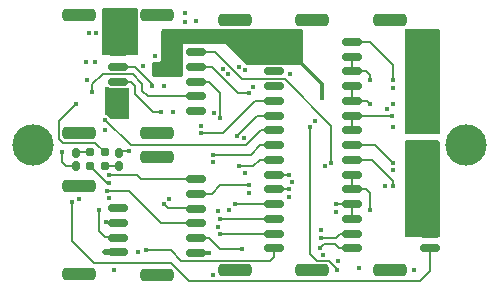
<source format=gbr>
%TF.GenerationSoftware,KiCad,Pcbnew,8.0.0*%
%TF.CreationDate,2024-09-22T13:18:53-04:00*%
%TF.ProjectId,MiniCarrierBoard,4d696e69-4361-4727-9269-6572426f6172,rev?*%
%TF.SameCoordinates,Original*%
%TF.FileFunction,Copper,L4,Bot*%
%TF.FilePolarity,Positive*%
%FSLAX46Y46*%
G04 Gerber Fmt 4.6, Leading zero omitted, Abs format (unit mm)*
G04 Created by KiCad (PCBNEW 8.0.0) date 2024-09-22 13:18:53*
%MOMM*%
%LPD*%
G01*
G04 APERTURE LIST*
G04 Aperture macros list*
%AMRoundRect*
0 Rectangle with rounded corners*
0 $1 Rounding radius*
0 $2 $3 $4 $5 $6 $7 $8 $9 X,Y pos of 4 corners*
0 Add a 4 corners polygon primitive as box body*
4,1,4,$2,$3,$4,$5,$6,$7,$8,$9,$2,$3,0*
0 Add four circle primitives for the rounded corners*
1,1,$1+$1,$2,$3*
1,1,$1+$1,$4,$5*
1,1,$1+$1,$6,$7*
1,1,$1+$1,$8,$9*
0 Add four rect primitives between the rounded corners*
20,1,$1+$1,$2,$3,$4,$5,0*
20,1,$1+$1,$4,$5,$6,$7,0*
20,1,$1+$1,$6,$7,$8,$9,0*
20,1,$1+$1,$8,$9,$2,$3,0*%
G04 Aperture macros list end*
%TA.AperFunction,ComponentPad*%
%ADD10C,3.500000*%
%TD*%
%TA.AperFunction,SMDPad,CuDef*%
%ADD11RoundRect,0.160000X-0.160000X0.197500X-0.160000X-0.197500X0.160000X-0.197500X0.160000X0.197500X0*%
%TD*%
%TA.AperFunction,SMDPad,CuDef*%
%ADD12RoundRect,0.160000X-0.160000X0.222500X-0.160000X-0.222500X0.160000X-0.222500X0.160000X0.222500X0*%
%TD*%
%TA.AperFunction,SMDPad,CuDef*%
%ADD13RoundRect,0.150000X-0.700000X0.150000X-0.700000X-0.150000X0.700000X-0.150000X0.700000X0.150000X0*%
%TD*%
%TA.AperFunction,SMDPad,CuDef*%
%ADD14RoundRect,0.250000X-1.150000X0.250000X-1.150000X-0.250000X1.150000X-0.250000X1.150000X0.250000X0*%
%TD*%
%TA.AperFunction,SMDPad,CuDef*%
%ADD15RoundRect,0.160000X0.160000X-0.197500X0.160000X0.197500X-0.160000X0.197500X-0.160000X-0.197500X0*%
%TD*%
%TA.AperFunction,SMDPad,CuDef*%
%ADD16RoundRect,0.160000X0.160000X-0.222500X0.160000X0.222500X-0.160000X0.222500X-0.160000X-0.222500X0*%
%TD*%
%TA.AperFunction,ViaPad*%
%ADD17C,0.450000*%
%TD*%
%TA.AperFunction,ViaPad*%
%ADD18C,1.000000*%
%TD*%
%TA.AperFunction,Conductor*%
%ADD19C,0.200000*%
%TD*%
%TA.AperFunction,Conductor*%
%ADD20C,0.500000*%
%TD*%
%TA.AperFunction,Conductor*%
%ADD21C,0.300000*%
%TD*%
G04 APERTURE END LIST*
D10*
%TO.P,H2,1,1*%
%TO.N,GND*%
X83900000Y-100600000D03*
%TD*%
%TO.P,H1,1,1*%
%TO.N,unconnected-(H1-Pad1)*%
X120600000Y-100600000D03*
%TD*%
D11*
%TO.P,R1,1*%
%TO.N,/PC1*%
X90000000Y-101202500D03*
%TO.P,R1,2*%
%TO.N,Net-(D1-K)*%
X90000000Y-102397500D03*
%TD*%
D12*
%TO.P,D2,1,K*%
%TO.N,Net-(D2-K)*%
X87600000Y-101227499D03*
%TO.P,D2,2,A*%
%TO.N,+5V*%
X87600000Y-102372501D03*
%TD*%
D13*
%TO.P,J14,1,Pin_1*%
%TO.N,PA6{slash}TIM3_CH1{slash}ADC1_IN6*%
X97750000Y-103475000D03*
%TO.P,J14,2,Pin_2*%
%TO.N,PA15{slash}TIM2_CH1*%
X97750000Y-104725000D03*
%TO.P,J14,3,Pin_3*%
%TO.N,PB0{slash}TIM3_CH3{slash}ADC1_IN8*%
X97750000Y-105975000D03*
%TO.P,J14,4,Pin_4*%
%TO.N,PB1{slash}TIM3_CH4{slash}ADC1_IN9*%
X97750000Y-107225000D03*
%TO.P,J14,5,Pin_5*%
%TO.N,PA8{slash}TIM1_CH1*%
X97750000Y-108475000D03*
%TO.P,J14,6,Pin_6*%
%TO.N,GND*%
X97750000Y-109725000D03*
D14*
%TO.P,J14,MP,MountPin*%
%TO.N,unconnected-(J14-MountPin-PadMP)_0*%
X94400000Y-101625000D03*
%TO.N,unconnected-(J14-MountPin-PadMP)*%
X94400000Y-111575000D03*
%TD*%
D13*
%TO.P,J6,1,Pin_1*%
%TO.N,Net-(J6-Pin_1)*%
X91150000Y-91475000D03*
%TO.P,J6,2,Pin_2*%
X91150000Y-92725000D03*
%TO.P,J6,3,Pin_3*%
%TO.N,Net-(J6-Pin_3)*%
X91150000Y-93975000D03*
%TO.P,J6,4,Pin_4*%
%TO.N,Net-(J6-Pin_4)*%
X91150000Y-95225000D03*
%TO.P,J6,5,Pin_5*%
%TO.N,GND*%
X91150000Y-96475000D03*
%TO.P,J6,6,Pin_6*%
X91150000Y-97725000D03*
D14*
%TO.P,J6,MP,MountPin*%
%TO.N,unconnected-(J6-MountPin-PadMP)*%
X87800000Y-89625000D03*
%TO.N,unconnected-(J6-MountPin-PadMP)_0*%
X87800000Y-99575000D03*
%TD*%
D13*
%TO.P,J5,1,Pin_1*%
%TO.N,PB7{slash}TIM4_CH2*%
X110950000Y-91850000D03*
%TO.P,J5,2,Pin_2*%
%TO.N,PB8{slash}I2C1_SCL*%
X110950000Y-93100000D03*
%TO.P,J5,3,Pin_3*%
X110950000Y-94350000D03*
%TO.P,J5,4,Pin_4*%
%TO.N,PB9{slash}I2C1_SDA*%
X110950000Y-95600000D03*
%TO.P,J5,5,Pin_5*%
X110950000Y-96850000D03*
%TO.P,J5,6,Pin_6*%
%TO.N,PB14{slash}SPI2_MISO*%
X110950000Y-98100000D03*
%TO.P,J5,7,Pin_7*%
X110950000Y-99350000D03*
%TO.P,J5,8,Pin_8*%
%TO.N,PA10{slash}USART1_RX*%
X110950000Y-100600000D03*
%TO.P,J5,9,Pin_9*%
%TO.N,PA9{slash}USART1_TX*%
X110950000Y-101850000D03*
%TO.P,J5,10,Pin_10*%
%TO.N,PB15{slash}SPI2_MOSI*%
X110950000Y-103100000D03*
%TO.P,J5,11,Pin_11*%
X110950000Y-104350000D03*
%TO.P,J5,12,Pin_12*%
%TO.N,PB13{slash}SPI2_SCK*%
X110950000Y-105600000D03*
%TO.P,J5,13,Pin_13*%
X110950000Y-106850000D03*
%TO.P,J5,14,Pin_14*%
%TO.N,Net-(J5-Pin_14)*%
X110950000Y-108100000D03*
%TO.P,J5,15,Pin_15*%
%TO.N,Net-(J5-Pin_15)*%
X110950000Y-109350000D03*
D14*
%TO.P,J5,MP,MountPin*%
%TO.N,unconnected-(J5-MountPin-PadMP)*%
X107600000Y-90000001D03*
%TO.N,unconnected-(J5-MountPin-PadMP)_0*%
X107600000Y-111199999D03*
%TD*%
D15*
%TO.P,R2,1*%
%TO.N,GND*%
X88800000Y-102397500D03*
%TO.P,R2,2*%
%TO.N,Net-(D2-K)*%
X88800000Y-101202500D03*
%TD*%
D13*
%TO.P,J7,1,Pin_1*%
%TO.N,+3V3*%
X104350000Y-91850000D03*
%TO.P,J7,2,Pin_2*%
X104350000Y-93100000D03*
%TO.P,J7,3,Pin_3*%
%TO.N,GND*%
X104350000Y-94350000D03*
%TO.P,J7,4,Pin_4*%
X104350000Y-95600000D03*
%TO.P,J7,5,Pin_5*%
%TO.N,PA0{slash}UART4_TX{slash}TIM5_CH1*%
X104350000Y-96850000D03*
%TO.P,J7,6,Pin_6*%
%TO.N,PA2{slash}USART2_TX*%
X104350000Y-98100000D03*
%TO.P,J7,7,Pin_7*%
%TO.N,PA3{slash}USART2_RX*%
X104350000Y-99350000D03*
%TO.P,J7,8,Pin_8*%
%TO.N,PA1{slash}UART4_RX{slash}TIM5_CH2*%
X104350000Y-100600000D03*
%TO.P,J7,9,Pin_9*%
%TO.N,PA4{slash}ADC1_IN4{slash}DAC_OUT1*%
X104350000Y-101850000D03*
%TO.P,J7,10,Pin_10*%
%TO.N,PC7{slash}USART6_RX*%
X104350000Y-103100000D03*
%TO.P,J7,11,Pin_11*%
%TO.N,PC6{slash}USART6_TX*%
X104350000Y-104350000D03*
%TO.P,J7,12,Pin_12*%
%TO.N,PC4{slash}ADC1_IN14*%
X104350000Y-105600000D03*
%TO.P,J7,13,Pin_13*%
%TO.N,PB10{slash}USART3_TX*%
X104350000Y-106850000D03*
%TO.P,J7,14,Pin_14*%
%TO.N,PB11{slash}USART3_RX*%
X104350000Y-108100000D03*
%TO.P,J7,15,Pin_15*%
%TO.N,PA7{slash}ADC1_IN7*%
X104350000Y-109350000D03*
D14*
%TO.P,J7,MP,MountPin*%
%TO.N,unconnected-(J7-MountPin-PadMP)*%
X101000000Y-90000001D03*
%TO.N,unconnected-(J7-MountPin-PadMP)_0*%
X101000000Y-111199999D03*
%TD*%
D13*
%TO.P,J9,1,Pin_1*%
%TO.N,unconnected-(J9-Pin_1-Pad1)*%
X91150000Y-105925000D03*
%TO.P,J9,2,Pin_2*%
%TO.N,USB_D+*%
X91150000Y-107175000D03*
%TO.P,J9,3,Pin_3*%
%TO.N,USB_D-*%
X91150000Y-108425000D03*
%TO.P,J9,4,Pin_4*%
%TO.N,GND*%
X91150000Y-109675000D03*
D14*
%TO.P,J9,MP,MountPin*%
%TO.N,unconnected-(J9-MountPin-PadMP)_0*%
X87800000Y-104075000D03*
%TO.N,unconnected-(J9-MountPin-PadMP)*%
X87800000Y-111525000D03*
%TD*%
D13*
%TO.P,J8,1,Pin_1*%
%TO.N,+5V*%
X117550000Y-91850000D03*
%TO.P,J8,2,Pin_2*%
X117550000Y-93100000D03*
%TO.P,J8,3,Pin_3*%
X117550000Y-94350000D03*
%TO.P,J8,4,Pin_4*%
X117550000Y-95600000D03*
%TO.P,J8,5,Pin_5*%
X117550000Y-96850000D03*
%TO.P,J8,6,Pin_6*%
X117550000Y-98100000D03*
%TO.P,J8,7,Pin_7*%
X117550000Y-99350000D03*
%TO.P,J8,8,Pin_8*%
%TO.N,GND*%
X117550000Y-100600000D03*
%TO.P,J8,9,Pin_9*%
X117550000Y-101850000D03*
%TO.P,J8,10,Pin_10*%
X117550000Y-103100000D03*
%TO.P,J8,11,Pin_11*%
X117550000Y-104350000D03*
%TO.P,J8,12,Pin_12*%
X117550000Y-105600000D03*
%TO.P,J8,13,Pin_13*%
X117550000Y-106850000D03*
%TO.P,J8,14,Pin_14*%
X117550000Y-108100000D03*
%TO.P,J8,15,Pin_15*%
%TO.N,PC3{slash}ADC1_IN13*%
X117550000Y-109350000D03*
D14*
%TO.P,J8,MP,MountPin*%
%TO.N,unconnected-(J8-MountPin-PadMP)_0*%
X114200000Y-90000001D03*
%TO.N,unconnected-(J8-MountPin-PadMP)*%
X114200000Y-111199999D03*
%TD*%
D16*
%TO.P,D1,1,K*%
%TO.N,Net-(D1-K)*%
X91200000Y-102372501D03*
%TO.P,D1,2,A*%
%TO.N,GND*%
X91200000Y-101227499D03*
%TD*%
D13*
%TO.P,J4,1,Pin_1*%
%TO.N,+3V3*%
X97750000Y-91475000D03*
%TO.P,J4,2,Pin_2*%
%TO.N,SWDIO*%
X97750000Y-92725000D03*
%TO.P,J4,3,Pin_3*%
%TO.N,SWCLK*%
X97750000Y-93975000D03*
%TO.P,J4,4,Pin_4*%
%TO.N,SWO*%
X97750000Y-95225000D03*
%TO.P,J4,5,Pin_5*%
%TO.N,NRST*%
X97750000Y-96475000D03*
%TO.P,J4,6,Pin_6*%
%TO.N,GND*%
X97750000Y-97725000D03*
D14*
%TO.P,J4,MP,MountPin*%
%TO.N,unconnected-(J4-MountPin-PadMP)_0*%
X94400000Y-89625000D03*
%TO.N,unconnected-(J4-MountPin-PadMP)*%
X94400000Y-99575000D03*
%TD*%
D17*
%TO.N,+5V*%
X88400000Y-93600000D03*
X115800000Y-91200000D03*
X116600000Y-91200000D03*
X97750000Y-90100000D03*
X117200000Y-91200000D03*
X89200000Y-93600000D03*
X86400000Y-101200000D03*
X96800000Y-90200000D03*
X96800000Y-89400000D03*
X118000000Y-91200000D03*
%TO.N,USB_D+*%
X90100000Y-107150000D03*
%TO.N,USB_D-*%
X89500000Y-106100000D03*
%TO.N,GND*%
X97750000Y-97725000D03*
X114400000Y-102750003D03*
X90800000Y-111200000D03*
X90396045Y-103776632D03*
X116870730Y-102500000D03*
X114400000Y-97100000D03*
X95459621Y-105140379D03*
X88700000Y-91100000D03*
X101859621Y-102925000D03*
X101365838Y-94023374D03*
X105841405Y-103703512D03*
X92025000Y-101100000D03*
X98800000Y-109725000D03*
X93271232Y-93928768D03*
X114400000Y-99100000D03*
X116025000Y-103100000D03*
X98200000Y-98949997D03*
X102200000Y-104650003D03*
X90325002Y-95936193D03*
X90325002Y-97100000D03*
X108298812Y-107820414D03*
X90600000Y-97600000D03*
X111502500Y-111000000D03*
X108528885Y-109875000D03*
X90645866Y-98178394D03*
X109775000Y-110435000D03*
X105700000Y-94567500D03*
X94262500Y-93032500D03*
X92862620Y-109627475D03*
X116200000Y-111200000D03*
X99600000Y-107500003D03*
X104350000Y-94350000D03*
X101900000Y-94200000D03*
X99600000Y-106199997D03*
X100406588Y-94549088D03*
X107800000Y-98575000D03*
X116200000Y-108000000D03*
X113749997Y-104100000D03*
X90000000Y-109650000D03*
X95800000Y-97832502D03*
X116875002Y-105000000D03*
X104800000Y-95600000D03*
X100540379Y-106059621D03*
X89300000Y-91100000D03*
X102600000Y-95675000D03*
X105600000Y-105000003D03*
X99186905Y-111575000D03*
X88475000Y-95100000D03*
X90400000Y-105100000D03*
X100000000Y-94142500D03*
X87807420Y-105168602D03*
X95000000Y-95602500D03*
X114400000Y-95750003D03*
X99269094Y-97907530D03*
X109600000Y-106250003D03*
X90075001Y-99324999D03*
X108629141Y-102410842D03*
X101832420Y-100007698D03*
X116200000Y-106800000D03*
X99200000Y-102050003D03*
X113947463Y-97553904D03*
X90618258Y-96430793D03*
%TO.N,+3V3*%
X106400000Y-93400000D03*
X105000000Y-92600000D03*
X104200000Y-92600000D03*
X105800000Y-93400000D03*
X105800000Y-92600000D03*
X108400000Y-96600000D03*
X94262500Y-94167500D03*
X103400000Y-92600000D03*
X106400000Y-92600000D03*
X95725000Y-93999999D03*
%TO.N,PA6{slash}TIM3_CH1{slash}ADC1_IN6*%
X90410595Y-103126793D03*
%TO.N,NRST*%
X88975000Y-96100000D03*
%TO.N,SWO*%
X99800000Y-98282553D03*
%TO.N,SWDIO*%
X109200000Y-102100000D03*
%TO.N,SWCLK*%
X102200000Y-96200000D03*
%TO.N,PA8{slash}TIM1_CH1*%
X101600000Y-109400000D03*
%TO.N,PC4{slash}ADC1_IN14*%
X101000000Y-105600000D03*
%TO.N,PA2{slash}USART2_TX*%
X101209219Y-99822974D03*
%TO.N,PA15{slash}TIM2_CH1*%
X102200000Y-104000000D03*
%TO.N,PA10{slash}USART1_RX*%
X114400000Y-102100000D03*
%TO.N,PB9{slash}I2C1_SDA*%
X112475000Y-97100000D03*
%TO.N,PC6{slash}USART6_TX*%
X105600000Y-104350000D03*
%TO.N,PB13{slash}SPI2_SCK*%
X109600000Y-105600000D03*
%TO.N,PB15{slash}SPI2_MOSI*%
X112475000Y-106100000D03*
%TO.N,PB8{slash}I2C1_SCL*%
X112475000Y-95100000D03*
%TO.N,PB7{slash}TIM4_CH2*%
X114400000Y-95100000D03*
%TO.N,PC7{slash}USART6_RX*%
X105600000Y-103100000D03*
%TO.N,PB14{slash}SPI2_MISO*%
X114300000Y-98100000D03*
%TO.N,PA9{slash}USART1_TX*%
X114400000Y-104100000D03*
%TO.N,PA3{slash}USART2_RX*%
X90057841Y-98455396D03*
%TO.N,PA1{slash}UART4_RX{slash}TIM5_CH2*%
X99200000Y-101400000D03*
%TO.N,PB1{slash}TIM3_CH4{slash}ADC1_IN9*%
X90242351Y-104469405D03*
%TO.N,PB11{slash}USART3_RX*%
X99804471Y-108117007D03*
%TO.N,PB10{slash}USART3_TX*%
X99800000Y-106850000D03*
%TO.N,PA7{slash}ADC1_IN7*%
X93500000Y-109500000D03*
%TO.N,PA0{slash}UART4_TX{slash}TIM5_CH1*%
X98200000Y-99600000D03*
%TO.N,PB0{slash}TIM3_CH3{slash}ADC1_IN8*%
X95000000Y-105600000D03*
%TO.N,/PC1*%
X87600000Y-97100000D03*
D18*
%TO.N,unconnected-(J14-MountPin-PadMP)_0*%
X94400000Y-101625000D03*
D17*
%TO.N,PA4{slash}ADC1_IN4{slash}DAC_OUT1*%
X101400000Y-102400000D03*
%TO.N,PB6{slash}CAN2_TX*%
X109700000Y-111160000D03*
X107400000Y-99100000D03*
%TO.N,PC3{slash}ADC1_IN13*%
X87200000Y-105400000D03*
%TO.N,Net-(J6-Pin_1)*%
X92400000Y-89400000D03*
X92000000Y-89800000D03*
X92400000Y-90200000D03*
X92400000Y-91000000D03*
X92000000Y-90600000D03*
%TO.N,Net-(J5-Pin_15)*%
X108274187Y-109269796D03*
%TO.N,Net-(J5-Pin_14)*%
X108304995Y-108470387D03*
%TO.N,Net-(J6-Pin_4)*%
X94800000Y-97802500D03*
%TO.N,Net-(J6-Pin_3)*%
X94000000Y-95602500D03*
%TD*%
D19*
%TO.N,+5V*%
X86772501Y-102372501D02*
X87600000Y-102372501D01*
X86400000Y-102000000D02*
X86772501Y-102372501D01*
X86400000Y-101200000D02*
X86400000Y-102000000D01*
%TO.N,USB_D+*%
X90100000Y-107150000D02*
X91150000Y-107150000D01*
%TO.N,USB_D-*%
X89500000Y-106100000D02*
X89500000Y-107900000D01*
X89500000Y-107900000D02*
X90000000Y-108400000D01*
X90000000Y-108400000D02*
X91150000Y-108400000D01*
%TO.N,GND*%
X91150000Y-97725000D02*
X90725000Y-97725000D01*
D20*
X90000000Y-109650000D02*
X91150000Y-109650000D01*
D19*
X88800000Y-102397500D02*
X90179132Y-103776632D01*
X90179132Y-103776632D02*
X90396045Y-103776632D01*
X92025000Y-101100000D02*
X91327499Y-101100000D01*
X90725000Y-97725000D02*
X90600000Y-97600000D01*
X90662465Y-96475000D02*
X90618258Y-96430793D01*
X91130717Y-97725000D02*
X91150000Y-97725000D01*
X91327499Y-101100000D02*
X91200000Y-101227499D01*
D21*
X104350000Y-95600000D02*
X104800000Y-95600000D01*
X98800000Y-109725000D02*
X97750000Y-109725000D01*
D19*
X91150000Y-96475000D02*
X90662465Y-96475000D01*
D21*
%TO.N,+3V3*%
X108400000Y-95400000D02*
X106400000Y-93400000D01*
X108400000Y-96600000D02*
X108400000Y-95400000D01*
D19*
%TO.N,PA6{slash}TIM3_CH1{slash}ADC1_IN6*%
X93050000Y-103450000D02*
X97750000Y-103450000D01*
X90410595Y-103126793D02*
X92726793Y-103126793D01*
X92726793Y-103126793D02*
X93050000Y-103450000D01*
%TO.N,NRST*%
X88975000Y-96100000D02*
X88975000Y-95467224D01*
X93675000Y-96475000D02*
X97750000Y-96475000D01*
X88975000Y-95467224D02*
X89842224Y-94600000D01*
X92400000Y-94600000D02*
X93200000Y-95400000D01*
X93200000Y-96000000D02*
X93675000Y-96475000D01*
X89842224Y-94600000D02*
X92400000Y-94600000D01*
X93200000Y-95400000D02*
X93200000Y-96000000D01*
%TO.N,SWO*%
X99800000Y-98282553D02*
X99800000Y-96200000D01*
X98825000Y-95225000D02*
X97750000Y-95225000D01*
X99800000Y-96200000D02*
X98825000Y-95225000D01*
%TO.N,SWDIO*%
X101600000Y-95000000D02*
X105240552Y-95000000D01*
X99325000Y-92725000D02*
X101600000Y-95000000D01*
X105240552Y-95000000D02*
X109200000Y-98959448D01*
X109200000Y-98959448D02*
X109200000Y-102100000D01*
X97750000Y-92725000D02*
X99325000Y-92725000D01*
%TO.N,SWCLK*%
X101300000Y-96200000D02*
X99075000Y-93975000D01*
X99075000Y-93975000D02*
X97750000Y-93975000D01*
X102200000Y-96200000D02*
X101300000Y-96200000D01*
X97725000Y-94000000D02*
X97750000Y-93975000D01*
%TO.N,PA8{slash}TIM1_CH1*%
X99757776Y-109400000D02*
X98832776Y-108475000D01*
X101600000Y-109400000D02*
X99757776Y-109400000D01*
X98832776Y-108475000D02*
X97750000Y-108475000D01*
%TO.N,PC4{slash}ADC1_IN14*%
X101000000Y-105600000D02*
X104350000Y-105600000D01*
%TO.N,PA2{slash}USART2_TX*%
X102932193Y-98100000D02*
X104350000Y-98100000D01*
X101209219Y-99822974D02*
X102932193Y-98100000D01*
%TO.N,PA15{slash}TIM2_CH1*%
X102200000Y-104000000D02*
X99800000Y-104000000D01*
X99100000Y-104700000D02*
X97750000Y-104700000D01*
X99800000Y-104000000D02*
X99100000Y-104700000D01*
%TO.N,PA10{slash}USART1_RX*%
X112900000Y-100600000D02*
X110950000Y-100600000D01*
X114400000Y-102100000D02*
X112900000Y-100600000D01*
%TO.N,PB9{slash}I2C1_SDA*%
X110950000Y-96850000D02*
X110950000Y-95600000D01*
X112225000Y-96850000D02*
X110950000Y-96850000D01*
X112475000Y-97100000D02*
X112225000Y-96850000D01*
%TO.N,PC6{slash}USART6_TX*%
X105600000Y-104350000D02*
X104350000Y-104350000D01*
%TO.N,PB13{slash}SPI2_SCK*%
X110950000Y-105600000D02*
X110950000Y-106850000D01*
X109600000Y-105600000D02*
X110950000Y-105600000D01*
X110950000Y-106850000D02*
X111250000Y-106850000D01*
%TO.N,PB15{slash}SPI2_MOSI*%
X110950000Y-103100000D02*
X110950000Y-104350000D01*
X112150000Y-104350000D02*
X110950000Y-104350000D01*
X112475000Y-104675000D02*
X112150000Y-104350000D01*
X112475000Y-106100000D02*
X112475000Y-104675000D01*
%TO.N,PB8{slash}I2C1_SCL*%
X112150000Y-94350000D02*
X110950000Y-94350000D01*
X112475000Y-95100000D02*
X112475000Y-94675000D01*
X112475000Y-94675000D02*
X112150000Y-94350000D01*
X110950000Y-94350000D02*
X110950000Y-93100000D01*
%TO.N,PB7{slash}TIM4_CH2*%
X112450000Y-91850000D02*
X110950000Y-91850000D01*
X114400000Y-93800000D02*
X112450000Y-91850000D01*
X114400000Y-95100000D02*
X114400000Y-93800000D01*
%TO.N,PC7{slash}USART6_RX*%
X105600000Y-103100000D02*
X104350000Y-103100000D01*
%TO.N,PB14{slash}SPI2_MISO*%
X114300000Y-98100000D02*
X110950000Y-98100000D01*
X110950000Y-98100000D02*
X110950000Y-99350000D01*
%TO.N,PA9{slash}USART1_TX*%
X114400000Y-103600000D02*
X112650000Y-101850000D01*
X112650000Y-101850000D02*
X110950000Y-101850000D01*
X114400000Y-104100000D02*
X114400000Y-103600000D01*
%TO.N,PA3{slash}USART2_RX*%
X90057841Y-98455396D02*
X92202445Y-100600000D01*
X103250000Y-99350000D02*
X104350000Y-99350000D01*
X92202445Y-100600000D02*
X102000000Y-100600000D01*
X104350000Y-99350000D02*
X104350000Y-99400000D01*
X102000000Y-100600000D02*
X103250000Y-99350000D01*
%TO.N,PA1{slash}UART4_RX{slash}TIM5_CH2*%
X102400000Y-101400000D02*
X103200000Y-100600000D01*
X99200000Y-101400000D02*
X102400000Y-101400000D01*
X103200000Y-100600000D02*
X104350000Y-100600000D01*
%TO.N,PB1{slash}TIM3_CH4{slash}ADC1_IN9*%
X94800000Y-107200000D02*
X97750000Y-107200000D01*
X92069405Y-104469405D02*
X94800000Y-107200000D01*
X90242351Y-104469405D02*
X92069405Y-104469405D01*
%TO.N,PB11{slash}USART3_RX*%
X104346485Y-108103515D02*
X104350000Y-108100000D01*
X99804471Y-108117007D02*
X99817963Y-108103515D01*
X99817963Y-108103515D02*
X104346485Y-108103515D01*
%TO.N,PB10{slash}USART3_TX*%
X99800000Y-106850000D02*
X104350000Y-106850000D01*
%TO.N,PA7{slash}ADC1_IN7*%
X104350000Y-110050000D02*
X104350000Y-109350000D01*
X95600000Y-109500000D02*
X96500000Y-110400000D01*
X104000000Y-110400000D02*
X104350000Y-110050000D01*
X96500000Y-110400000D02*
X104000000Y-110400000D01*
X93500000Y-109500000D02*
X95600000Y-109500000D01*
%TO.N,PA0{slash}UART4_TX{slash}TIM5_CH1*%
X102750000Y-96850000D02*
X104350000Y-96850000D01*
X100000000Y-99600000D02*
X102750000Y-96850000D01*
X98200000Y-99600000D02*
X100000000Y-99600000D01*
%TO.N,PB0{slash}TIM3_CH3{slash}ADC1_IN8*%
X95000000Y-105600000D02*
X95350000Y-105950000D01*
X95350000Y-105950000D02*
X97750000Y-105950000D01*
%TO.N,/PC1*%
X86440256Y-100400000D02*
X89197500Y-100400000D01*
X86100000Y-100059744D02*
X86440256Y-100400000D01*
X89197500Y-100400000D02*
X90000000Y-101202500D01*
X87600000Y-97100000D02*
X86100000Y-98600000D01*
X86100000Y-98600000D02*
X86100000Y-100059744D01*
%TO.N,PA4{slash}ADC1_IN4{slash}DAC_OUT1*%
X103150000Y-101850000D02*
X104350000Y-101850000D01*
X102600000Y-102400000D02*
X103150000Y-101850000D01*
X101400000Y-102400000D02*
X102600000Y-102400000D01*
%TO.N,PB6{slash}CAN2_TX*%
X107400000Y-109800000D02*
X107999999Y-110399999D01*
X109700000Y-111115255D02*
X109700000Y-111160000D01*
X107400000Y-99100000D02*
X107400000Y-109800000D01*
X107999999Y-110399999D02*
X108984744Y-110399999D01*
X108984744Y-110399999D02*
X109700000Y-111115255D01*
%TO.N,PC3{slash}ADC1_IN13*%
X116700000Y-112100000D02*
X117550000Y-111250000D01*
X97109744Y-112100000D02*
X116700000Y-112100000D01*
X87200000Y-108700000D02*
X89100000Y-110600000D01*
X117550000Y-111250000D02*
X117550000Y-109350000D01*
X95609744Y-110600000D02*
X97109744Y-112100000D01*
X87200000Y-105400000D02*
X87200000Y-108700000D01*
X89100000Y-110600000D02*
X95609744Y-110600000D01*
%TO.N,Net-(D1-K)*%
X91175001Y-102397500D02*
X91200000Y-102372501D01*
X90000000Y-102397500D02*
X91175001Y-102397500D01*
X91200000Y-102372501D02*
X91000000Y-102372501D01*
%TO.N,Net-(D2-K)*%
X87624999Y-101202500D02*
X87600000Y-101227499D01*
X88600000Y-101202500D02*
X87624999Y-101202500D01*
%TO.N,Net-(J5-Pin_15)*%
X109850000Y-109350000D02*
X110950000Y-109350000D01*
X108543983Y-109000000D02*
X109500000Y-109000000D01*
X108274187Y-109269796D02*
X108543983Y-109000000D01*
X109500000Y-109000000D02*
X109850000Y-109350000D01*
%TO.N,Net-(J5-Pin_14)*%
X109567304Y-108470387D02*
X109937691Y-108100000D01*
X109937691Y-108100000D02*
X110950000Y-108100000D01*
X108304995Y-108470387D02*
X109567304Y-108470387D01*
%TO.N,Net-(J6-Pin_4)*%
X94800000Y-97802500D02*
X94102500Y-97802500D01*
X92225000Y-95225000D02*
X91150000Y-95225000D01*
X94102500Y-97802500D02*
X92600000Y-96300000D01*
X92600000Y-96300000D02*
X92600000Y-95600000D01*
X92600000Y-95600000D02*
X92225000Y-95225000D01*
%TO.N,Net-(J6-Pin_3)*%
X94000000Y-95400000D02*
X92575000Y-93975000D01*
X92575000Y-93975000D02*
X91150000Y-93975000D01*
X94000000Y-95602500D02*
X94000000Y-95400000D01*
%TD*%
%TA.AperFunction,Conductor*%
%TO.N,GND*%
G36*
X90342527Y-95712600D02*
G01*
X90348607Y-95715573D01*
X90416739Y-95725500D01*
X90416740Y-95725500D01*
X91883259Y-95725500D01*
X91883260Y-95725500D01*
X91951393Y-95715573D01*
X91951394Y-95715572D01*
X91958121Y-95714592D01*
X92027298Y-95724404D01*
X92080188Y-95770059D01*
X92100000Y-95837062D01*
X92100000Y-98276000D01*
X92080315Y-98343039D01*
X92027511Y-98388794D01*
X91976000Y-98400000D01*
X90582907Y-98400000D01*
X90515868Y-98380315D01*
X90472764Y-98330571D01*
X90471990Y-98330966D01*
X90470396Y-98327837D01*
X90470113Y-98327511D01*
X90469734Y-98326540D01*
X90467560Y-98322274D01*
X90467560Y-98322270D01*
X90406369Y-98202176D01*
X90406367Y-98202174D01*
X90406364Y-98202170D01*
X90311066Y-98106872D01*
X90311062Y-98106869D01*
X90311061Y-98106868D01*
X90190967Y-98045677D01*
X90190965Y-98045676D01*
X90190962Y-98045675D01*
X90104602Y-98031997D01*
X90041467Y-98002067D01*
X90004536Y-97942756D01*
X90000000Y-97909524D01*
X90000000Y-95824000D01*
X90019685Y-95756961D01*
X90072489Y-95711206D01*
X90124000Y-95700000D01*
X90288065Y-95700000D01*
X90342527Y-95712600D01*
G37*
%TD.AperFunction*%
%TD*%
%TA.AperFunction,Conductor*%
%TO.N,+3V3*%
G36*
X106743039Y-90819685D02*
G01*
X106788794Y-90872489D01*
X106800000Y-90924000D01*
X106800000Y-93676000D01*
X106780315Y-93743039D01*
X106727511Y-93788794D01*
X106676000Y-93800000D01*
X102081969Y-93800000D01*
X102043249Y-93790701D01*
X102042406Y-93793297D01*
X102033129Y-93790282D01*
X102033126Y-93790281D01*
X102022006Y-93788519D01*
X101958873Y-93758588D01*
X101953728Y-93753728D01*
X100200000Y-92000000D01*
X96600000Y-92000000D01*
X96600000Y-94676000D01*
X96580315Y-94743039D01*
X96527511Y-94788794D01*
X96476000Y-94800000D01*
X94124000Y-94800000D01*
X94056961Y-94780315D01*
X94011206Y-94727511D01*
X94000000Y-94676000D01*
X94000000Y-93724000D01*
X94019685Y-93656961D01*
X94072489Y-93611206D01*
X94124000Y-93600000D01*
X94600000Y-93600000D01*
X94800000Y-93400000D01*
X94800000Y-90924000D01*
X94819685Y-90856961D01*
X94872489Y-90811206D01*
X94924000Y-90800000D01*
X106676000Y-90800000D01*
X106743039Y-90819685D01*
G37*
%TD.AperFunction*%
%TD*%
%TA.AperFunction,Conductor*%
%TO.N,+5V*%
G36*
X118342539Y-90819685D02*
G01*
X118388294Y-90872489D01*
X118399500Y-90924000D01*
X118399500Y-97694484D01*
X118399617Y-97695970D01*
X118400000Y-97705704D01*
X118400000Y-99576000D01*
X118380315Y-99643039D01*
X118327511Y-99688794D01*
X118276000Y-99700000D01*
X115524000Y-99700000D01*
X115456961Y-99680315D01*
X115411206Y-99627511D01*
X115400000Y-99576000D01*
X115400000Y-90924000D01*
X115419685Y-90856961D01*
X115472489Y-90811206D01*
X115524000Y-90800000D01*
X118275500Y-90800000D01*
X118342539Y-90819685D01*
G37*
%TD.AperFunction*%
%TD*%
%TA.AperFunction,Conductor*%
%TO.N,Net-(J6-Pin_1)*%
G36*
X92743039Y-89020185D02*
G01*
X92788794Y-89072989D01*
X92800000Y-89124500D01*
X92800000Y-89309602D01*
X92799614Y-89317837D01*
X92799635Y-89317838D01*
X92799500Y-89320723D01*
X92799500Y-89929277D01*
X92799635Y-89932163D01*
X92799614Y-89932163D01*
X92800000Y-89940398D01*
X92800000Y-92876000D01*
X92780315Y-92943039D01*
X92727511Y-92988794D01*
X92676000Y-93000000D01*
X89924000Y-93000000D01*
X89856961Y-92980315D01*
X89811206Y-92927511D01*
X89800000Y-92876000D01*
X89800000Y-89124500D01*
X89819685Y-89057461D01*
X89872489Y-89011706D01*
X89924000Y-89000500D01*
X92676000Y-89000500D01*
X92743039Y-89020185D01*
G37*
%TD.AperFunction*%
%TD*%
%TA.AperFunction,Conductor*%
%TO.N,GND*%
G36*
X118305534Y-100219685D02*
G01*
X118351289Y-100272489D01*
X118362230Y-100332110D01*
X118344671Y-100600007D01*
X118363964Y-100894363D01*
X118363965Y-100894373D01*
X118363966Y-100894380D01*
X118363968Y-100894390D01*
X118397617Y-101063556D01*
X118400000Y-101087747D01*
X118400000Y-103494290D01*
X118399618Y-103504013D01*
X118399500Y-103505513D01*
X118399500Y-108276000D01*
X118379815Y-108343039D01*
X118327011Y-108388794D01*
X118275500Y-108400000D01*
X115524000Y-108400000D01*
X115456961Y-108380315D01*
X115411206Y-108327511D01*
X115400000Y-108276000D01*
X115400000Y-100324000D01*
X115419685Y-100256961D01*
X115472489Y-100211206D01*
X115524000Y-100200000D01*
X118238495Y-100200000D01*
X118305534Y-100219685D01*
G37*
%TD.AperFunction*%
%TD*%
M02*

</source>
